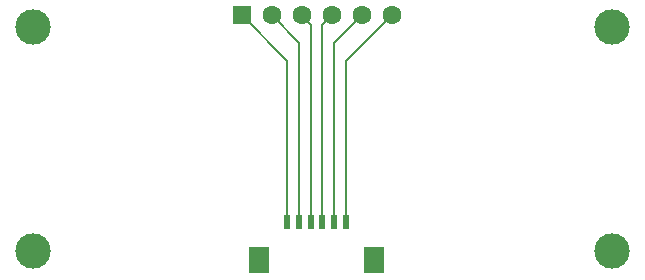
<source format=gbl>
G04*
G04 #@! TF.GenerationSoftware,Altium Limited,Altium Designer,23.9.2 (47)*
G04*
G04 Layer_Physical_Order=2*
G04 Layer_Color=16711680*
%FSLAX44Y44*%
%MOMM*%
G71*
G04*
G04 #@! TF.SameCoordinates,9A803F3E-43BB-4194-8617-3FBF936CA0BB*
G04*
G04*
G04 #@! TF.FilePolarity,Positive*
G04*
G01*
G75*
%ADD19C,0.2040*%
%ADD20C,1.6000*%
%ADD21R,1.6000X1.6000*%
%ADD22C,3.0000*%
%ADD23R,0.6000X1.3000*%
%ADD24R,1.8000X2.2000*%
D19*
X206500Y229351D02*
X245000Y190851D01*
Y54541D02*
Y190851D01*
X295000Y190851D02*
X333500Y229351D01*
X295000Y54541D02*
Y190851D01*
X285000Y52291D02*
Y206251D01*
X308100Y229351D01*
X275000Y52291D02*
Y221651D01*
X282700Y229351D01*
X255000Y52291D02*
Y206251D01*
X231900Y229351D02*
X255000Y206251D01*
X265000Y52291D02*
Y221651D01*
X257300Y229351D02*
X265000Y221651D01*
D20*
X308100Y229351D02*
D03*
X282700D02*
D03*
X333500D02*
D03*
X257300D02*
D03*
X231900D02*
D03*
D21*
X206500D02*
D03*
D22*
X520000Y30000D02*
D03*
Y220000D02*
D03*
X30000D02*
D03*
Y30000D02*
D03*
D23*
X295000Y54541D02*
D03*
X285000D02*
D03*
X275000D02*
D03*
X255000D02*
D03*
X265000D02*
D03*
X245000D02*
D03*
D24*
X319000Y22041D02*
D03*
X221000D02*
D03*
M02*

</source>
